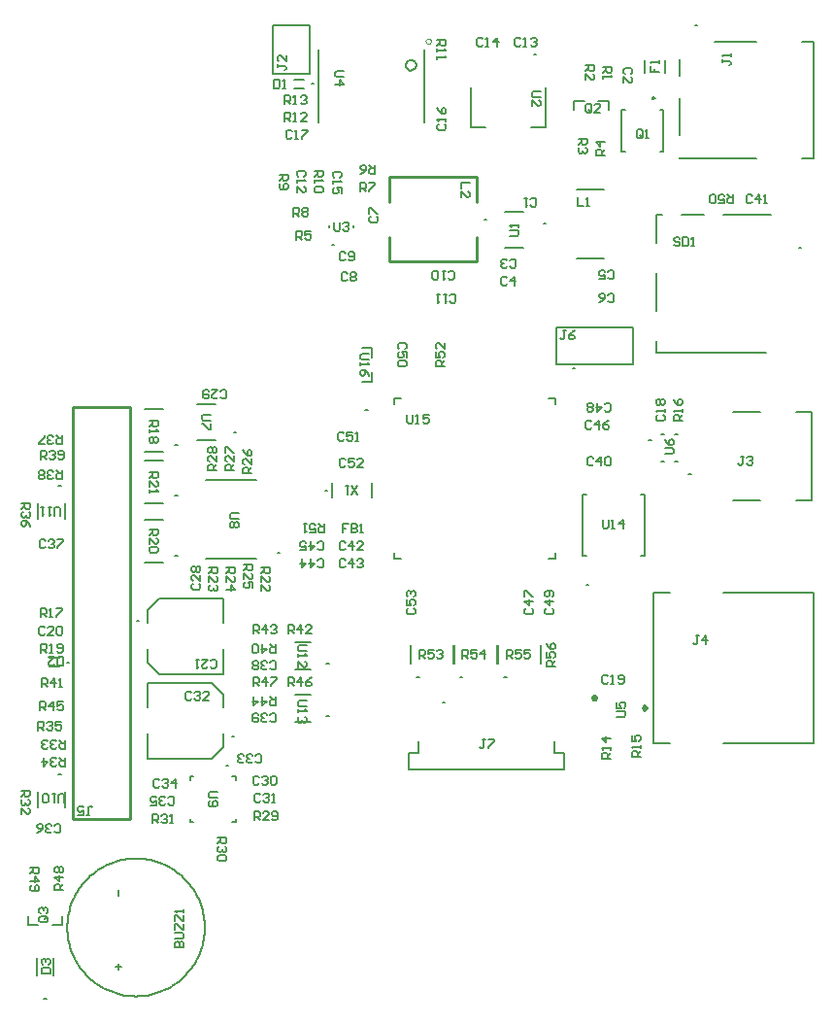
<source format=gto>
G04*
G04 #@! TF.GenerationSoftware,Altium Limited,Altium Designer,24.5.2 (23)*
G04*
G04 Layer_Color=65535*
%FSLAX25Y25*%
%MOIN*%
G70*
G04*
G04 #@! TF.SameCoordinates,1FAC9CCE-155D-40C8-9A78-5E955FD1C98E*
G04*
G04*
G04 #@! TF.FilePolarity,Positive*
G04*
G01*
G75*
%ADD10C,0.00787*%
%ADD11C,0.00500*%
%ADD12C,0.00000*%
%ADD13C,0.01181*%
%ADD14C,0.00600*%
%ADD15C,0.01000*%
%ADD16C,0.00800*%
D10*
X162316Y107429D02*
X161528D01*
X162316D01*
Y125429D02*
X161528D01*
X162316D01*
X70252Y186661D02*
X69465D01*
X70252D01*
Y87661D02*
X69465D01*
X70252D01*
X65311Y10654D02*
X64524D01*
X65311D01*
X164004Y269201D02*
X163216D01*
X164004D01*
X216535Y278055D02*
X215747D01*
X216535D01*
X236748Y276500D02*
X235961D01*
X236748D01*
X97158Y140315D02*
X96370D01*
X97158D01*
X246784Y226894D02*
X245997D01*
X246784D01*
X288779Y344488D02*
X287992D01*
X288779D01*
X286614Y190551D02*
X285827D01*
X286614D01*
X110311Y183098D02*
X109524D01*
X110311D01*
X145492Y163484D02*
X144705D01*
X145492D01*
X110327Y162717D02*
X109539D01*
X110327D01*
X110311Y200598D02*
X109524D01*
X110311D01*
X127799Y90697D02*
X127012D01*
X127799D01*
X129835Y100685D02*
X129047D01*
X129835D01*
X130339Y204760D02*
X129551D01*
X130339D01*
X175631Y212622D02*
X174843D01*
X175631D01*
X193236Y121000D02*
X192449D01*
X193236D01*
X251421Y152713D02*
X250634D01*
X251421D01*
X161831Y185000D02*
X161044D01*
X161831D01*
X233393Y334425D02*
X232606D01*
X233393D01*
X324413Y268378D02*
X323626D01*
X324413D01*
X202032Y112264D02*
X201245D01*
X202032D01*
X272997Y202386D02*
X272210D01*
X272997D01*
X223236Y121000D02*
X222449D01*
X223236D01*
X208161Y120984D02*
X207374D01*
X208161D01*
D11*
X73110Y126000D02*
X72480D01*
X73110D01*
X119724Y35000D02*
X119703Y36003D01*
X119639Y37003D01*
X119533Y38000D01*
X119385Y38992D01*
X119194Y39977D01*
X118962Y40952D01*
X118689Y41917D01*
X118375Y42869D01*
X118021Y43808D01*
X117628Y44730D01*
X117195Y45635D01*
X116725Y46520D01*
X116217Y47385D01*
X115673Y48228D01*
X115094Y49046D01*
X114481Y49840D01*
X113835Y50607D01*
X113156Y51345D01*
X112447Y52054D01*
X111709Y52732D01*
X110942Y53379D01*
X110149Y53992D01*
X109330Y54571D01*
X108488Y55115D01*
X107623Y55622D01*
X106737Y56093D01*
X105832Y56525D01*
X104910Y56919D01*
X103972Y57273D01*
X103019Y57587D01*
X102055Y57860D01*
X101079Y58092D01*
X100094Y58282D01*
X99103Y58431D01*
X98106Y58537D01*
X97105Y58601D01*
X96102Y58622D01*
X95100Y58601D01*
X94099Y58537D01*
X93102Y58431D01*
X92110Y58282D01*
X91126Y58092D01*
X90150Y57860D01*
X89185Y57587D01*
X88233Y57273D01*
X87295Y56919D01*
X86372Y56525D01*
X85468Y56093D01*
X84582Y55622D01*
X83717Y55115D01*
X82875Y54571D01*
X82056Y53992D01*
X81262Y53379D01*
X80496Y52732D01*
X79757Y52054D01*
X79048Y51345D01*
X78370Y50607D01*
X77724Y49840D01*
X77110Y49046D01*
X76531Y48228D01*
X75987Y47385D01*
X75480Y46520D01*
X75010Y45635D01*
X74577Y44730D01*
X74184Y43808D01*
X73830Y42869D01*
X73516Y41917D01*
X73242Y40952D01*
X73010Y39977D01*
X72820Y38992D01*
X72672Y38000D01*
X72565Y37003D01*
X72502Y36002D01*
X72480Y35000D01*
X72502Y33997D01*
X72565Y32997D01*
X72672Y31999D01*
X72820Y31008D01*
X73010Y30023D01*
X73242Y29048D01*
X73516Y28083D01*
X73830Y27130D01*
X74184Y26192D01*
X74577Y25270D01*
X75010Y24365D01*
X75480Y23480D01*
X75987Y22615D01*
X76531Y21772D01*
X77110Y20954D01*
X77724Y20160D01*
X78370Y19394D01*
X79048Y18655D01*
X79757Y17946D01*
X80496Y17267D01*
X81263Y16621D01*
X82056Y16008D01*
X82875Y15429D01*
X83717Y14885D01*
X84582Y14378D01*
X85468Y13907D01*
X86373Y13475D01*
X87295Y13081D01*
X88233Y12727D01*
X89185Y12413D01*
X90150Y12140D01*
X91126Y11908D01*
X92110Y11718D01*
X93102Y11569D01*
X94099Y11463D01*
X95100Y11399D01*
X96102Y11378D01*
X97105Y11399D01*
X98106Y11463D01*
X99103Y11569D01*
X100095Y11718D01*
X101079Y11908D01*
X102055Y12140D01*
X103019Y12413D01*
X103972Y12727D01*
X104910Y13081D01*
X105832Y13475D01*
X106737Y13907D01*
X107623Y14378D01*
X108488Y14885D01*
X109330Y15429D01*
X110149Y16008D01*
X110942Y16621D01*
X111709Y17268D01*
X112447Y17946D01*
X113156Y18655D01*
X113835Y19394D01*
X114481Y20160D01*
X115094Y20954D01*
X115673Y21772D01*
X116217Y22615D01*
X116725Y23480D01*
X117195Y24365D01*
X117628Y25270D01*
X118021Y26192D01*
X118375Y27131D01*
X118689Y28083D01*
X118962Y29048D01*
X119194Y30023D01*
X119385Y31008D01*
X119533Y32000D01*
X119639Y32997D01*
X119703Y33997D01*
X119724Y35000D01*
X192247Y330815D02*
X191961Y331790D01*
X191193Y332455D01*
X190188Y332599D01*
X189264Y332177D01*
X188715Y331323D01*
Y330307D01*
X189264Y329452D01*
X190188Y329030D01*
X191193Y329175D01*
X191961Y329840D01*
X192247Y330815D01*
X157142Y324400D02*
X156512D01*
X157142D01*
X254428Y113737D02*
X253987Y114499D01*
X253107D01*
X252667Y113737D01*
X253107Y112975D01*
X253987D01*
X254428Y113737D01*
X254104D02*
X253269Y114219D01*
Y113255D01*
X254104Y113737D01*
X253941D02*
X253153D01*
X253941D01*
X253547D02*
X252760D01*
X253547D01*
X150583Y105602D02*
X155938D01*
X150583Y114768D02*
X155938D01*
X150583Y123602D02*
X155938D01*
X150583Y132768D02*
X155938D01*
X71685Y175323D02*
Y180677D01*
X62520Y175323D02*
Y180677D01*
X71685Y76323D02*
Y81677D01*
X62520Y76323D02*
Y81677D01*
X66378Y127496D02*
X69764D01*
X66378Y124504D02*
X69764D01*
X67673Y18705D02*
Y24611D01*
X62161Y18705D02*
Y24611D01*
X162429Y275165D02*
Y275835D01*
X170697Y275165D02*
Y275835D01*
X222834Y268154D02*
X229133D01*
X222834Y280476D02*
X229133D01*
X247378Y264689D02*
X256827D01*
X247378Y288311D02*
X256827D01*
X100110Y125945D02*
X104047Y122008D01*
X126095D01*
X104047Y147992D02*
X126095D01*
X100110Y144055D02*
X104047Y147992D01*
X100110Y139409D02*
Y144055D01*
Y125945D02*
Y130591D01*
X126095Y139409D02*
Y147992D01*
Y122008D02*
Y130591D01*
X143033Y327794D02*
X155632D01*
X143033Y344527D02*
X155632D01*
X143033Y327794D02*
Y344527D01*
X155632Y327794D02*
Y344527D01*
X240233Y228272D02*
X266808D01*
X240233D02*
Y240871D01*
X266808D01*
Y228272D02*
Y240871D01*
X273583Y98169D02*
Y149862D01*
X279528D01*
X297559D02*
X328701D01*
Y98169D02*
Y149862D01*
X297559Y98169D02*
X328701D01*
X273583D02*
X279528D01*
X282677Y327260D02*
Y332976D01*
Y306787D02*
Y319591D01*
X328740Y299016D02*
Y338780D01*
X324803Y299016D02*
X328740D01*
X282677D02*
X309055D01*
X324803Y338780D02*
X328740D01*
X294598D02*
X309055D01*
X282677Y299016D02*
Y299118D01*
X328150Y181693D02*
Y212008D01*
X322598D02*
X328150D01*
X301142D02*
X310236D01*
X322598Y181693D02*
X328150D01*
X301142D02*
X310236D01*
X98953Y195319D02*
X105252D01*
X98953Y180681D02*
X105252D01*
X119941Y188583D02*
X137264D01*
X119941Y161417D02*
X137264D01*
X98969Y174937D02*
X105268D01*
X98969Y160299D02*
X105268D01*
X98953Y212819D02*
X105252D01*
X98953Y198181D02*
X105252D01*
X129197Y86858D02*
X130358D01*
X114610D02*
X115772D01*
X129197Y71110D02*
X130358D01*
X114610D02*
X115772D01*
X130358Y85697D02*
Y86858D01*
X114610Y85697D02*
Y86858D01*
X130358Y71110D02*
Y72272D01*
X114610Y71110D02*
Y72272D01*
X122158Y118992D02*
X126095Y115055D01*
X100110Y118992D02*
X122158D01*
X100110Y93008D02*
X122158D01*
X126095Y96945D01*
Y101591D01*
Y110409D02*
Y115055D01*
X100110Y93008D02*
Y101591D01*
Y110409D02*
Y118992D01*
X116953Y214642D02*
X123252D01*
X116953Y202358D02*
X123252D01*
X184843Y214433D02*
Y216559D01*
Y161441D02*
Y163567D01*
X239961Y214433D02*
Y216559D01*
Y161441D02*
Y163567D01*
X184843Y216559D02*
X186969D01*
X184843Y161441D02*
X186969D01*
X237835Y216559D02*
X239961D01*
X237835Y161441D02*
X239961D01*
X205063Y125665D02*
Y131965D01*
X190425Y125665D02*
Y131965D01*
X249512Y162488D02*
Y183512D01*
X270693Y162488D02*
Y183512D01*
X249512Y162488D02*
X250752D01*
X249512Y183512D02*
X250752D01*
X269453D02*
X270693D01*
X269453Y162488D02*
X270693D01*
X176950Y182441D02*
Y187559D01*
X163406Y182441D02*
Y187559D01*
X211149Y309425D02*
Y323205D01*
Y309425D02*
X216031D01*
X236739D02*
Y323205D01*
X231858Y309425D02*
X236739D01*
X274803Y232382D02*
Y236209D01*
Y232382D02*
X312228D01*
X274803Y269906D02*
Y279429D01*
X276728D01*
X274803Y246406D02*
Y259602D01*
X283268Y279429D02*
X291142D01*
X297835D02*
X314173D01*
X270598Y328295D02*
Y332705D01*
X277606Y328295D02*
Y332705D01*
X150409Y322904D02*
X153795D01*
X150409Y325896D02*
X153795D01*
X192977Y94744D02*
Y98996D01*
X189828Y94744D02*
X192977D01*
X189828Y89232D02*
Y94744D01*
Y89232D02*
X242977D01*
Y94744D01*
X239828D02*
X242977D01*
X239828D02*
Y98996D01*
X276284Y204138D02*
X277544D01*
X276284Y194728D02*
X277544D01*
X280930Y204138D02*
X282190D01*
X280930Y194728D02*
X282190D01*
X235063Y125665D02*
Y131965D01*
X220425Y125665D02*
Y131965D01*
X219988Y125650D02*
Y131949D01*
X205351Y125650D02*
Y131949D01*
D12*
X197448Y339075D02*
X196948Y339941D01*
X195948D01*
X195448Y339075D01*
X195948Y338209D01*
X196948D01*
X197448Y339075D01*
D13*
X271457Y110236D02*
X270866Y110827D01*
X270276Y110236D01*
X270866Y109646D01*
X271457Y110236D01*
D14*
X274283Y319544D02*
X273533Y319977D01*
Y319111D01*
X274283Y319544D01*
X70817Y37458D02*
Y39058D01*
Y35858D02*
Y37458D01*
X59017Y35858D02*
X62517D01*
X59017D02*
Y39058D01*
X67317Y35858D02*
X70817D01*
X158696Y311315D02*
Y336315D01*
X195192Y311315D02*
Y336315D01*
X176902Y230400D02*
Y233900D01*
X173702Y222100D02*
X176902D01*
Y225600D01*
X175302Y233900D02*
X176902D01*
X173702D02*
X175302D01*
X246544Y318615D02*
X250044D01*
X258344Y315415D02*
Y318615D01*
X254844D02*
X258344D01*
X246544Y317015D02*
Y318615D01*
Y315415D02*
Y317015D01*
X262744Y301115D02*
X263996D01*
X275893Y315515D02*
X277144D01*
X262744D02*
X263996D01*
X262744Y301115D02*
Y315515D01*
X275893Y301115D02*
X277144D01*
Y315515D01*
D15*
X213063Y263500D02*
Y272000D01*
X183063Y263500D02*
X213063D01*
X183063D02*
Y272000D01*
X213063Y284000D02*
Y292500D01*
X183063D02*
X213063D01*
X183063Y284000D02*
Y292500D01*
X94008Y72083D02*
Y213421D01*
X74323D02*
X94008D01*
X74323Y72083D02*
Y213421D01*
Y72083D02*
X94008D01*
D16*
X90103Y20500D02*
Y22499D01*
X89103Y21500D02*
X91102D01*
X90103Y46000D02*
Y47999D01*
X100619Y191074D02*
X103618D01*
Y189574D01*
X103118Y189074D01*
X102118D01*
X101618Y189574D01*
Y191074D01*
Y190074D02*
X100619Y189074D01*
Y186075D02*
Y188075D01*
X102618Y186075D01*
X103118D01*
X103618Y186575D01*
Y187575D01*
X103118Y188075D01*
X100619Y185076D02*
Y184076D01*
Y184576D01*
X103618D01*
X103118Y185076D01*
X100619Y171617D02*
X103618D01*
Y170117D01*
X103118Y169618D01*
X102118D01*
X101618Y170117D01*
Y171617D01*
Y170617D02*
X100619Y169618D01*
Y166619D02*
Y168618D01*
X102618Y166619D01*
X103118D01*
X103618Y167118D01*
Y168118D01*
X103118Y168618D01*
Y165619D02*
X103618Y165119D01*
Y164119D01*
X103118Y163619D01*
X101119D01*
X100619Y164119D01*
Y165119D01*
X101119Y165619D01*
X103118D01*
X172177Y183501D02*
X170178Y186500D01*
Y183501D02*
X172177Y186500D01*
X169178D02*
X168178D01*
X168678D01*
Y183501D01*
X169178Y184000D01*
X176102Y231749D02*
X173603D01*
X173103Y231249D01*
Y230249D01*
X173603Y229749D01*
X176102D01*
X173103Y228750D02*
Y227750D01*
Y228250D01*
X176102D01*
X175602Y228750D01*
X176102Y224251D02*
X175602Y225251D01*
X174602Y226251D01*
X173603D01*
X173103Y225751D01*
Y224751D01*
X173603Y224251D01*
X174102D01*
X174602Y224751D01*
Y226251D01*
X189154Y210999D02*
Y208500D01*
X189653Y208000D01*
X190653D01*
X191153Y208500D01*
Y210999D01*
X192153Y208000D02*
X193152D01*
X192652D01*
Y210999D01*
X192153Y210500D01*
X196651Y210999D02*
X194652D01*
Y209500D01*
X195651Y210000D01*
X196151D01*
X196651Y209500D01*
Y208500D01*
X196151Y208000D01*
X195152D01*
X194652Y208500D01*
X256354Y174999D02*
Y172500D01*
X256853Y172001D01*
X257853D01*
X258353Y172500D01*
Y174999D01*
X259353Y172001D02*
X260352D01*
X259853D01*
Y174999D01*
X259353Y174500D01*
X263351Y172001D02*
Y174999D01*
X261852Y173500D01*
X263851D01*
X154602Y112749D02*
X152103D01*
X151603Y112249D01*
Y111249D01*
X152103Y110749D01*
X154602D01*
X151603Y109750D02*
Y108750D01*
Y109250D01*
X154602D01*
X154102Y109750D01*
Y107251D02*
X154602Y106751D01*
Y105751D01*
X154102Y105251D01*
X153602D01*
X153102Y105751D01*
Y106251D01*
Y105751D01*
X152603Y105251D01*
X152103D01*
X151603Y105751D01*
Y106751D01*
X152103Y107251D01*
X154602Y131749D02*
X152103D01*
X151603Y131249D01*
Y130249D01*
X152103Y129749D01*
X154602D01*
X151603Y128750D02*
Y127750D01*
Y128250D01*
X154602D01*
X154102Y128750D01*
X151603Y124251D02*
Y126251D01*
X153602Y124251D01*
X154102D01*
X154602Y124751D01*
Y125751D01*
X154102Y126251D01*
X70036Y176342D02*
Y178841D01*
X69537Y179341D01*
X68537D01*
X68037Y178841D01*
Y176342D01*
X67037Y179341D02*
X66038D01*
X66537D01*
Y176342D01*
X67037Y176842D01*
X64538Y179341D02*
X63538D01*
X64038D01*
Y176342D01*
X64538Y176842D01*
X71536Y77842D02*
Y80342D01*
X71036Y80841D01*
X70037D01*
X69537Y80342D01*
Y77842D01*
X68537Y80841D02*
X67537D01*
X68037D01*
Y77842D01*
X68537Y78342D01*
X66038D02*
X65538Y77842D01*
X64539D01*
X64039Y78342D01*
Y80342D01*
X64539Y80841D01*
X65538D01*
X66038Y80342D01*
Y78342D01*
X123984Y81483D02*
X121484D01*
X120985Y80984D01*
Y79984D01*
X121484Y79484D01*
X123984D01*
X121484Y78484D02*
X120985Y77984D01*
Y76985D01*
X121484Y76485D01*
X123484D01*
X123984Y76985D01*
Y77984D01*
X123484Y78484D01*
X122984D01*
X122484Y77984D01*
Y76485D01*
X131303Y177161D02*
X128804D01*
X128304Y176661D01*
Y175661D01*
X128804Y175161D01*
X131303D01*
X130803Y174162D02*
X131303Y173662D01*
Y172662D01*
X130803Y172162D01*
X130303D01*
X129803Y172662D01*
X129303Y172162D01*
X128804D01*
X128304Y172662D01*
Y173662D01*
X128804Y174162D01*
X129303D01*
X129803Y173662D01*
X130303Y174162D01*
X130803D01*
X129803Y173662D02*
Y172662D01*
X121602Y210999D02*
X119103D01*
X118603Y210499D01*
Y209500D01*
X119103Y209000D01*
X121602D01*
Y208000D02*
Y206001D01*
X121102D01*
X119103Y208000D01*
X118603D01*
X277580Y197481D02*
X280079D01*
X280579Y197981D01*
Y198981D01*
X280079Y199480D01*
X277580D01*
Y202480D02*
X278080Y201480D01*
X279080Y200480D01*
X280079D01*
X280579Y200980D01*
Y201980D01*
X280079Y202480D01*
X279579D01*
X279080Y201980D01*
Y200480D01*
X261103Y107301D02*
X263602D01*
X264102Y107801D01*
Y108800D01*
X263602Y109300D01*
X261103D01*
Y112299D02*
Y110300D01*
X262602D01*
X262103Y111300D01*
Y111799D01*
X262602Y112299D01*
X263602D01*
X264102Y111799D01*
Y110800D01*
X263602Y110300D01*
X167444Y328814D02*
X164945D01*
X164445Y328314D01*
Y327315D01*
X164945Y326815D01*
X167444D01*
X164445Y324316D02*
X167444D01*
X165944Y325815D01*
Y323816D01*
X164064Y276999D02*
Y274500D01*
X164564Y274001D01*
X165563D01*
X166063Y274500D01*
Y276999D01*
X167063Y276500D02*
X167563Y276999D01*
X168562D01*
X169062Y276500D01*
Y276000D01*
X168562Y275500D01*
X168062D01*
X168562D01*
X169062Y275000D01*
Y274500D01*
X168562Y274001D01*
X167563D01*
X167063Y274500D01*
X234944Y321814D02*
X232445D01*
X231945Y321314D01*
Y320315D01*
X232445Y319815D01*
X234944D01*
X231945Y316816D02*
Y318815D01*
X233944Y316816D01*
X234444D01*
X234944Y317316D01*
Y318315D01*
X234444Y318815D01*
X224484Y272316D02*
X226983D01*
X227483Y272815D01*
Y273815D01*
X226983Y274315D01*
X224484D01*
X227483Y275315D02*
Y276314D01*
Y275815D01*
X224484D01*
X224984Y275315D01*
X282788Y271240D02*
X282288Y271740D01*
X281288D01*
X280788Y271240D01*
Y270740D01*
X281288Y270240D01*
X282288D01*
X282788Y269740D01*
Y269240D01*
X282288Y268741D01*
X281288D01*
X280788Y269240D01*
X283788Y271740D02*
Y268741D01*
X285287D01*
X285787Y269240D01*
Y271240D01*
X285287Y271740D01*
X283788D01*
X286787Y268741D02*
X287786D01*
X287286D01*
Y271740D01*
X286787Y271240D01*
X239902Y124494D02*
X236903D01*
Y125993D01*
X237403Y126493D01*
X238402D01*
X238902Y125993D01*
Y124494D01*
Y125493D02*
X239902Y126493D01*
X236903Y129492D02*
Y127492D01*
X238402D01*
X237902Y128492D01*
Y128992D01*
X238402Y129492D01*
X239402D01*
X239902Y128992D01*
Y127992D01*
X239402Y127492D01*
X236903Y132491D02*
X237403Y131491D01*
X238402Y130492D01*
X239402D01*
X239902Y130991D01*
Y131991D01*
X239402Y132491D01*
X238902D01*
X238402Y131991D01*
Y130492D01*
X223246Y127315D02*
Y130315D01*
X224745D01*
X225245Y129815D01*
Y128815D01*
X224745Y128315D01*
X223246D01*
X224245D02*
X225245Y127315D01*
X228244Y130315D02*
X226244D01*
Y128815D01*
X227244Y129315D01*
X227744D01*
X228244Y128815D01*
Y127815D01*
X227744Y127315D01*
X226744D01*
X226244Y127815D01*
X231243Y130315D02*
X229244D01*
Y128815D01*
X230243Y129315D01*
X230743D01*
X231243Y128815D01*
Y127815D01*
X230743Y127315D01*
X229743D01*
X229244Y127815D01*
X208171Y127300D02*
Y130299D01*
X209670D01*
X210170Y129799D01*
Y128799D01*
X209670Y128299D01*
X208171D01*
X209170D02*
X210170Y127300D01*
X213169Y130299D02*
X211170D01*
Y128799D01*
X212169Y129299D01*
X212669D01*
X213169Y128799D01*
Y127799D01*
X212669Y127300D01*
X211670D01*
X211170Y127799D01*
X215668Y127300D02*
Y130299D01*
X214169Y128799D01*
X216168D01*
X193245Y127315D02*
Y130315D01*
X194745D01*
X195245Y129815D01*
Y128815D01*
X194745Y128315D01*
X193245D01*
X194245D02*
X195245Y127315D01*
X198244Y130315D02*
X196245D01*
Y128815D01*
X197244Y129315D01*
X197744D01*
X198244Y128815D01*
Y127815D01*
X197744Y127315D01*
X196744D01*
X196245Y127815D01*
X199244Y129815D02*
X199743Y130315D01*
X200743D01*
X201243Y129815D01*
Y129315D01*
X200743Y128815D01*
X200243D01*
X200743D01*
X201243Y128315D01*
Y127815D01*
X200743Y127315D01*
X199743D01*
X199244Y127815D01*
X201902Y227501D02*
X198903D01*
Y229001D01*
X199403Y229501D01*
X200402D01*
X200902Y229001D01*
Y227501D01*
Y228501D02*
X201902Y229501D01*
X198903Y232500D02*
Y230500D01*
X200402D01*
X199902Y231500D01*
Y232000D01*
X200402Y232500D01*
X201402D01*
X201902Y232000D01*
Y231000D01*
X201402Y230500D01*
X201902Y235499D02*
Y233499D01*
X199902Y235499D01*
X199403D01*
X198903Y234999D01*
Y233999D01*
X199403Y233499D01*
X160649Y173461D02*
Y170462D01*
X159149D01*
X158649Y170961D01*
Y171961D01*
X159149Y172461D01*
X160649D01*
X159649D02*
X158649Y173461D01*
X155650Y170462D02*
X157650D01*
Y171961D01*
X156650Y171461D01*
X156150D01*
X155650Y171961D01*
Y172961D01*
X156150Y173461D01*
X157150D01*
X157650Y172961D01*
X154650Y173461D02*
X153651D01*
X154151D01*
Y170462D01*
X154650Y170961D01*
X301101Y286500D02*
Y283501D01*
X299602D01*
X299102Y284000D01*
Y285000D01*
X299602Y285500D01*
X301101D01*
X300101D02*
X299102Y286500D01*
X296103Y283501D02*
X298102D01*
Y285000D01*
X297102Y284500D01*
X296603D01*
X296103Y285000D01*
Y286000D01*
X296603Y286500D01*
X297602D01*
X298102Y286000D01*
X295103Y284000D02*
X294603Y283501D01*
X293603D01*
X293104Y284000D01*
Y286000D01*
X293603Y286500D01*
X294603D01*
X295103Y286000D01*
Y284000D01*
X59760Y55472D02*
X62759D01*
Y53972D01*
X62259Y53473D01*
X61259D01*
X60759Y53972D01*
Y55472D01*
Y54472D02*
X59760Y53473D01*
Y50973D02*
X62759D01*
X61259Y52473D01*
Y50473D01*
X60259Y49474D02*
X59760Y48974D01*
Y47974D01*
X60259Y47474D01*
X62259D01*
X62759Y47974D01*
Y48974D01*
X62259Y49474D01*
X61759D01*
X61259Y48974D01*
Y47474D01*
X71075Y47844D02*
X68076D01*
Y49344D01*
X68576Y49844D01*
X69576D01*
X70075Y49344D01*
Y47844D01*
Y48844D02*
X71075Y49844D01*
Y52343D02*
X68076D01*
X69576Y50844D01*
Y52843D01*
X68576Y53843D02*
X68076Y54342D01*
Y55342D01*
X68576Y55842D01*
X69076D01*
X69576Y55342D01*
X70075Y55842D01*
X70575D01*
X71075Y55342D01*
Y54342D01*
X70575Y53843D01*
X70075D01*
X69576Y54342D01*
X69076Y53843D01*
X68576D01*
X69576Y54342D02*
Y55342D01*
X136289Y117842D02*
Y120841D01*
X137788D01*
X138288Y120342D01*
Y119342D01*
X137788Y118842D01*
X136289D01*
X137288D02*
X138288Y117842D01*
X140787D02*
Y120841D01*
X139288Y119342D01*
X141287D01*
X142287Y120841D02*
X144286D01*
Y120342D01*
X142287Y118342D01*
Y117842D01*
X148289D02*
Y120841D01*
X149788D01*
X150288Y120342D01*
Y119342D01*
X149788Y118842D01*
X148289D01*
X149288D02*
X150288Y117842D01*
X152787D02*
Y120841D01*
X151288Y119342D01*
X153287D01*
X156286Y120841D02*
X155286Y120342D01*
X154287Y119342D01*
Y118342D01*
X154787Y117842D01*
X155786D01*
X156286Y118342D01*
Y118842D01*
X155786Y119342D01*
X154287D01*
X63104Y109501D02*
Y112499D01*
X64603D01*
X65103Y112000D01*
Y111000D01*
X64603Y110500D01*
X63104D01*
X64103D02*
X65103Y109501D01*
X67602D02*
Y112499D01*
X66103Y111000D01*
X68102D01*
X71101Y112499D02*
X69102D01*
Y111000D01*
X70101Y111500D01*
X70601D01*
X71101Y111000D01*
Y110000D01*
X70601Y109501D01*
X69602D01*
X69102Y110000D01*
X143916Y114158D02*
Y111159D01*
X142417D01*
X141917Y111659D01*
Y112658D01*
X142417Y113158D01*
X143916D01*
X142916D02*
X141917Y114158D01*
X139418D02*
Y111159D01*
X140917Y112658D01*
X138918D01*
X136418Y114158D02*
Y111159D01*
X137918Y112658D01*
X135919D01*
X136281Y135842D02*
Y138841D01*
X137780D01*
X138280Y138341D01*
Y137342D01*
X137780Y136842D01*
X136281D01*
X137281D02*
X138280Y135842D01*
X140779D02*
Y138841D01*
X139280Y137342D01*
X141279D01*
X142279Y138341D02*
X142779Y138841D01*
X143779D01*
X144278Y138341D01*
Y137842D01*
X143779Y137342D01*
X143279D01*
X143779D01*
X144278Y136842D01*
Y136342D01*
X143779Y135842D01*
X142779D01*
X142279Y136342D01*
X148289Y135842D02*
Y138841D01*
X149788D01*
X150288Y138341D01*
Y137342D01*
X149788Y136842D01*
X148289D01*
X149288D02*
X150288Y135842D01*
X152787D02*
Y138841D01*
X151288Y137342D01*
X153287D01*
X156286Y135842D02*
X154287D01*
X156286Y137842D01*
Y138341D01*
X155786Y138841D01*
X154787D01*
X154287Y138341D01*
X63604Y117500D02*
Y120500D01*
X65103D01*
X65603Y120000D01*
Y119000D01*
X65103Y118500D01*
X63604D01*
X64603D02*
X65603Y117500D01*
X68102D02*
Y120500D01*
X66602Y119000D01*
X68602D01*
X69602Y117500D02*
X70601D01*
X70101D01*
Y120500D01*
X69602Y120000D01*
X143916Y132158D02*
Y129159D01*
X142417D01*
X141917Y129658D01*
Y130658D01*
X142417Y131158D01*
X143916D01*
X142916D02*
X141917Y132158D01*
X139418D02*
Y129159D01*
X140917Y130658D01*
X138918D01*
X137918Y129658D02*
X137418Y129159D01*
X136418D01*
X135919Y129658D01*
Y131658D01*
X136418Y132158D01*
X137418D01*
X137918Y131658D01*
Y129658D01*
X63316Y195659D02*
Y198658D01*
X64816D01*
X65316Y198158D01*
Y197158D01*
X64816Y196658D01*
X63316D01*
X64316D02*
X65316Y195659D01*
X66315Y198158D02*
X66815Y198658D01*
X67815D01*
X68315Y198158D01*
Y197658D01*
X67815Y197158D01*
X67315D01*
X67815D01*
X68315Y196658D01*
Y196159D01*
X67815Y195659D01*
X66815D01*
X66315Y196159D01*
X69314D02*
X69814Y195659D01*
X70814D01*
X71314Y196159D01*
Y198158D01*
X70814Y198658D01*
X69814D01*
X69314Y198158D01*
Y197658D01*
X69814Y197158D01*
X71314D01*
X70684Y191841D02*
Y188842D01*
X69184D01*
X68684Y189342D01*
Y190342D01*
X69184Y190842D01*
X70684D01*
X69684D02*
X68684Y191841D01*
X67685Y189342D02*
X67185Y188842D01*
X66185D01*
X65685Y189342D01*
Y189842D01*
X66185Y190342D01*
X66685D01*
X66185D01*
X65685Y190842D01*
Y191341D01*
X66185Y191841D01*
X67185D01*
X67685Y191341D01*
X64686Y189342D02*
X64186Y188842D01*
X63186D01*
X62686Y189342D01*
Y189842D01*
X63186Y190342D01*
X62686Y190842D01*
Y191341D01*
X63186Y191841D01*
X64186D01*
X64686Y191341D01*
Y190842D01*
X64186Y190342D01*
X64686Y189842D01*
Y189342D01*
X64186Y190342D02*
X63186D01*
X70684Y203841D02*
Y200842D01*
X69184D01*
X68684Y201342D01*
Y202342D01*
X69184Y202842D01*
X70684D01*
X69684D02*
X68684Y203841D01*
X67685Y201342D02*
X67185Y200842D01*
X66185D01*
X65685Y201342D01*
Y201842D01*
X66185Y202342D01*
X66685D01*
X66185D01*
X65685Y202842D01*
Y203342D01*
X66185Y203841D01*
X67185D01*
X67685Y203342D01*
X64686Y200842D02*
X62686D01*
Y201342D01*
X64686Y203342D01*
Y203841D01*
X56761Y180676D02*
X59760D01*
Y179176D01*
X59260Y178677D01*
X58261D01*
X57761Y179176D01*
Y180676D01*
Y179676D02*
X56761Y178677D01*
X59260Y177677D02*
X59760Y177177D01*
Y176177D01*
X59260Y175678D01*
X58760D01*
X58261Y176177D01*
Y176677D01*
Y176177D01*
X57761Y175678D01*
X57261D01*
X56761Y176177D01*
Y177177D01*
X57261Y177677D01*
X59760Y172678D02*
X59260Y173678D01*
X58261Y174678D01*
X57261D01*
X56761Y174178D01*
Y173178D01*
X57261Y172678D01*
X57761D01*
X58261Y173178D01*
Y174678D01*
X62411Y102659D02*
Y105658D01*
X63910D01*
X64410Y105158D01*
Y104158D01*
X63910Y103658D01*
X62411D01*
X63411D02*
X64410Y102659D01*
X65410Y105158D02*
X65910Y105658D01*
X66909D01*
X67409Y105158D01*
Y104658D01*
X66909Y104158D01*
X66409D01*
X66909D01*
X67409Y103658D01*
Y103158D01*
X66909Y102659D01*
X65910D01*
X65410Y103158D01*
X70408Y105658D02*
X68409D01*
Y104158D01*
X69409Y104658D01*
X69908D01*
X70408Y104158D01*
Y103158D01*
X69908Y102659D01*
X68909D01*
X68409Y103158D01*
X71778Y93341D02*
Y90342D01*
X70279D01*
X69779Y90842D01*
Y91842D01*
X70279Y92342D01*
X71778D01*
X70779D02*
X69779Y93341D01*
X68779Y90842D02*
X68279Y90342D01*
X67280D01*
X66780Y90842D01*
Y91342D01*
X67280Y91842D01*
X67780D01*
X67280D01*
X66780Y92342D01*
Y92842D01*
X67280Y93341D01*
X68279D01*
X68779Y92842D01*
X64281Y93341D02*
Y90342D01*
X65780Y91842D01*
X63781D01*
X71786Y99341D02*
Y96342D01*
X70287D01*
X69787Y96842D01*
Y97842D01*
X70287Y98342D01*
X71786D01*
X70786D02*
X69787Y99341D01*
X68787Y96842D02*
X68287Y96342D01*
X67288D01*
X66788Y96842D01*
Y97342D01*
X67288Y97842D01*
X67787D01*
X67288D01*
X66788Y98342D01*
Y98842D01*
X67288Y99341D01*
X68287D01*
X68787Y98842D01*
X65788Y96842D02*
X65288Y96342D01*
X64289D01*
X63789Y96842D01*
Y97342D01*
X64289Y97842D01*
X64788D01*
X64289D01*
X63789Y98342D01*
Y98842D01*
X64289Y99341D01*
X65288D01*
X65788Y98842D01*
X56603Y81999D02*
X59602D01*
Y80499D01*
X59102Y79999D01*
X58102D01*
X57603Y80499D01*
Y81999D01*
Y80999D02*
X56603Y79999D01*
X59102Y79000D02*
X59602Y78500D01*
Y77500D01*
X59102Y77000D01*
X58602D01*
X58102Y77500D01*
Y78000D01*
Y77500D01*
X57603Y77000D01*
X57103D01*
X56603Y77500D01*
Y78500D01*
X57103Y79000D01*
X56603Y74001D02*
Y76001D01*
X58602Y74001D01*
X59102D01*
X59602Y74501D01*
Y75501D01*
X59102Y76001D01*
X101788Y70842D02*
Y73841D01*
X103288D01*
X103788Y73342D01*
Y72342D01*
X103288Y71842D01*
X101788D01*
X102788D02*
X103788Y70842D01*
X104788Y73342D02*
X105287Y73841D01*
X106287D01*
X106787Y73342D01*
Y72842D01*
X106287Y72342D01*
X105787D01*
X106287D01*
X106787Y71842D01*
Y71342D01*
X106287Y70842D01*
X105287D01*
X104788Y71342D01*
X107787Y70842D02*
X108786D01*
X108286D01*
Y73841D01*
X107787Y73342D01*
X124063Y65838D02*
X127062D01*
Y64338D01*
X126562Y63838D01*
X125562D01*
X125062Y64338D01*
Y65838D01*
Y64838D02*
X124063Y63838D01*
X126562Y62839D02*
X127062Y62339D01*
Y61339D01*
X126562Y60839D01*
X126062D01*
X125562Y61339D01*
Y61839D01*
Y61339D01*
X125062Y60839D01*
X124563D01*
X124063Y61339D01*
Y62339D01*
X124563Y62839D01*
X126562Y59840D02*
X127062Y59340D01*
Y58340D01*
X126562Y57840D01*
X124563D01*
X124063Y58340D01*
Y59340D01*
X124563Y59840D01*
X126562D01*
X136686Y71842D02*
Y74841D01*
X138186D01*
X138686Y74341D01*
Y73342D01*
X138186Y72842D01*
X136686D01*
X137686D02*
X138686Y71842D01*
X141685D02*
X139685D01*
X141685Y73842D01*
Y74341D01*
X141185Y74841D01*
X140185D01*
X139685Y74341D01*
X142684Y72342D02*
X143184Y71842D01*
X144184D01*
X144684Y72342D01*
Y74341D01*
X144184Y74841D01*
X143184D01*
X142684Y74341D01*
Y73842D01*
X143184Y73342D01*
X144684D01*
X123787Y191843D02*
X120788D01*
Y193343D01*
X121288Y193842D01*
X122287D01*
X122787Y193343D01*
Y191843D01*
Y192843D02*
X123787Y193842D01*
Y196842D02*
Y194842D01*
X121788Y196842D01*
X121288D01*
X120788Y196342D01*
Y195342D01*
X121288Y194842D01*
Y197841D02*
X120788Y198341D01*
Y199341D01*
X121288Y199840D01*
X121788D01*
X122287Y199341D01*
X122787Y199840D01*
X123287D01*
X123787Y199341D01*
Y198341D01*
X123287Y197841D01*
X122787D01*
X122287Y198341D01*
X121788Y197841D01*
X121288D01*
X122287Y198341D02*
Y199341D01*
X129787Y191851D02*
X126788D01*
Y193351D01*
X127288Y193850D01*
X128287D01*
X128787Y193351D01*
Y191851D01*
Y192851D02*
X129787Y193850D01*
Y196849D02*
Y194850D01*
X127788Y196849D01*
X127288D01*
X126788Y196350D01*
Y195350D01*
X127288Y194850D01*
X126788Y197849D02*
Y199848D01*
X127288D01*
X129287Y197849D01*
X129787D01*
X135787Y190851D02*
X132788D01*
Y192350D01*
X133288Y192850D01*
X134287D01*
X134787Y192350D01*
Y190851D01*
Y191851D02*
X135787Y192850D01*
Y195849D02*
Y193850D01*
X133788Y195849D01*
X133288D01*
X132788Y195350D01*
Y194350D01*
X133288Y193850D01*
X132788Y198848D02*
X133288Y197849D01*
X134287Y196849D01*
X135287D01*
X135787Y197349D01*
Y198348D01*
X135287Y198848D01*
X134787D01*
X134287Y198348D01*
Y196849D01*
X133103Y159499D02*
X136102D01*
Y157999D01*
X135602Y157499D01*
X134602D01*
X134102Y157999D01*
Y159499D01*
Y158499D02*
X133103Y157499D01*
Y154500D02*
Y156500D01*
X135102Y154500D01*
X135602D01*
X136102Y155000D01*
Y156000D01*
X135602Y156500D01*
X136102Y151501D02*
Y153501D01*
X134602D01*
X135102Y152501D01*
Y152001D01*
X134602Y151501D01*
X133603D01*
X133103Y152001D01*
Y153001D01*
X133603Y153501D01*
X127103Y158499D02*
X130102D01*
Y156999D01*
X129602Y156499D01*
X128602D01*
X128103Y156999D01*
Y158499D01*
Y157499D02*
X127103Y156499D01*
Y153500D02*
Y155500D01*
X129102Y153500D01*
X129602D01*
X130102Y154000D01*
Y155000D01*
X129602Y155500D01*
X127103Y151001D02*
X130102D01*
X128602Y152501D01*
Y150501D01*
X121103Y158499D02*
X124102D01*
Y156999D01*
X123602Y156499D01*
X122602D01*
X122102Y156999D01*
Y158499D01*
Y157499D02*
X121103Y156499D01*
Y153500D02*
Y155500D01*
X123102Y153500D01*
X123602D01*
X124102Y154000D01*
Y155000D01*
X123602Y155500D01*
Y152501D02*
X124102Y152001D01*
Y151001D01*
X123602Y150501D01*
X123102D01*
X122602Y151001D01*
Y151501D01*
Y151001D01*
X122102Y150501D01*
X121603D01*
X121103Y151001D01*
Y152001D01*
X121603Y152501D01*
X139103Y158491D02*
X142102D01*
Y156991D01*
X141602Y156491D01*
X140602D01*
X140103Y156991D01*
Y158491D01*
Y157491D02*
X139103Y156491D01*
Y153492D02*
Y155492D01*
X141102Y153492D01*
X141602D01*
X142102Y153992D01*
Y154992D01*
X141602Y155492D01*
X139103Y150493D02*
Y152493D01*
X141102Y150493D01*
X141602D01*
X142102Y150993D01*
Y151993D01*
X141602Y152493D01*
X63539Y129342D02*
Y132341D01*
X65038D01*
X65538Y131842D01*
Y130842D01*
X65038Y130342D01*
X63539D01*
X64538D02*
X65538Y129342D01*
X66538D02*
X67537D01*
X67037D01*
Y132341D01*
X66538Y131842D01*
X69037Y129842D02*
X69537Y129342D01*
X70536D01*
X71036Y129842D01*
Y131842D01*
X70536Y132341D01*
X69537D01*
X69037Y131842D01*
Y131342D01*
X69537Y130842D01*
X71036D01*
X100603Y208749D02*
X103602D01*
Y207249D01*
X103102Y206749D01*
X102102D01*
X101602Y207249D01*
Y208749D01*
Y207749D02*
X100603Y206749D01*
Y205750D02*
Y204750D01*
Y205250D01*
X103602D01*
X103102Y205750D01*
Y203251D02*
X103602Y202751D01*
Y201751D01*
X103102Y201251D01*
X102602D01*
X102102Y201751D01*
X101602Y201251D01*
X101103D01*
X100603Y201751D01*
Y202751D01*
X101103Y203251D01*
X101602D01*
X102102Y202751D01*
X102602Y203251D01*
X103102D01*
X102102Y202751D02*
Y201751D01*
X63354Y141500D02*
Y144500D01*
X64853D01*
X65353Y144000D01*
Y143000D01*
X64853Y142500D01*
X63354D01*
X64353D02*
X65353Y141500D01*
X66353D02*
X67352D01*
X66852D01*
Y144500D01*
X66353Y144000D01*
X68852Y144500D02*
X70851D01*
Y144000D01*
X68852Y142000D01*
Y141500D01*
X283579Y208732D02*
X280580D01*
Y210231D01*
X281080Y210731D01*
X282080D01*
X282579Y210231D01*
Y208732D01*
Y209731D02*
X283579Y210731D01*
Y211731D02*
Y212730D01*
Y212230D01*
X280580D01*
X281080Y211731D01*
X280580Y216229D02*
X281080Y215229D01*
X282080Y214230D01*
X283079D01*
X283579Y214730D01*
Y215729D01*
X283079Y216229D01*
X282579D01*
X282080Y215729D01*
Y214230D01*
X269302Y93443D02*
X266303D01*
Y94943D01*
X266803Y95443D01*
X267802D01*
X268302Y94943D01*
Y93443D01*
Y94443D02*
X269302Y95443D01*
Y96442D02*
Y97442D01*
Y96942D01*
X266303D01*
X266803Y96442D01*
X266303Y100941D02*
Y98942D01*
X267802D01*
X267302Y99941D01*
Y100441D01*
X267802Y100941D01*
X268802D01*
X269302Y100441D01*
Y99441D01*
X268802Y98942D01*
X259002Y92936D02*
X256003D01*
Y94435D01*
X256503Y94935D01*
X257502D01*
X258002Y94435D01*
Y92936D01*
Y93935D02*
X259002Y94935D01*
Y95935D02*
Y96934D01*
Y96434D01*
X256003D01*
X256503Y95935D01*
X259002Y99933D02*
X256003D01*
X257502Y98434D01*
Y100433D01*
X147150Y317401D02*
Y320399D01*
X148649D01*
X149149Y319900D01*
Y318900D01*
X148649Y318400D01*
X147150D01*
X148149D02*
X149149Y317401D01*
X150149D02*
X151148D01*
X150648D01*
Y320399D01*
X150149Y319900D01*
X152648D02*
X153148Y320399D01*
X154147D01*
X154647Y319900D01*
Y319400D01*
X154147Y318900D01*
X153647D01*
X154147D01*
X154647Y318400D01*
Y317900D01*
X154147Y317401D01*
X153148D01*
X152648Y317900D01*
X147142Y311701D02*
Y314700D01*
X148641D01*
X149141Y314200D01*
Y313200D01*
X148641Y312700D01*
X147142D01*
X148142D02*
X149141Y311701D01*
X150141D02*
X151140D01*
X150641D01*
Y314700D01*
X150141Y314200D01*
X154639Y311701D02*
X152640D01*
X154639Y313700D01*
Y314200D01*
X154139Y314700D01*
X153140D01*
X152640Y314200D01*
X199445Y339556D02*
X202444D01*
Y338056D01*
X201944Y337557D01*
X200944D01*
X200444Y338056D01*
Y339556D01*
Y338556D02*
X199445Y337557D01*
Y336557D02*
Y335557D01*
Y336057D01*
X202444D01*
X201944Y336557D01*
X199445Y334058D02*
Y333058D01*
Y333558D01*
X202444D01*
X201944Y334058D01*
X157358Y294564D02*
X160357D01*
Y293064D01*
X159857Y292564D01*
X158858D01*
X158358Y293064D01*
Y294564D01*
Y293564D02*
X157358Y292564D01*
Y291565D02*
Y290565D01*
Y291065D01*
X160357D01*
X159857Y291565D01*
Y289066D02*
X160357Y288566D01*
Y287566D01*
X159857Y287066D01*
X157858D01*
X157358Y287566D01*
Y288566D01*
X157858Y289066D01*
X159857D01*
X145366Y293306D02*
X148365D01*
Y291807D01*
X147865Y291307D01*
X146865D01*
X146366Y291807D01*
Y293306D01*
Y292307D02*
X145366Y291307D01*
X145866Y290307D02*
X145366Y289807D01*
Y288808D01*
X145866Y288308D01*
X147865D01*
X148365Y288808D01*
Y289807D01*
X147865Y290307D01*
X147365D01*
X146865Y289807D01*
Y288308D01*
X150072Y279000D02*
Y281999D01*
X151571D01*
X152071Y281500D01*
Y280500D01*
X151571Y280000D01*
X150072D01*
X151071D02*
X152071Y279000D01*
X153071Y281500D02*
X153570Y281999D01*
X154570D01*
X155070Y281500D01*
Y281000D01*
X154570Y280500D01*
X155070Y280000D01*
Y279500D01*
X154570Y279000D01*
X153570D01*
X153071Y279500D01*
Y280000D01*
X153570Y280500D01*
X153071Y281000D01*
Y281500D01*
X153570Y280500D02*
X154570D01*
X173056Y287501D02*
Y290499D01*
X174555D01*
X175055Y290000D01*
Y289000D01*
X174555Y288500D01*
X173056D01*
X174056D02*
X175055Y287501D01*
X176055Y290499D02*
X178054D01*
Y290000D01*
X176055Y288000D01*
Y287501D01*
X178054Y296499D02*
Y293500D01*
X176555D01*
X176055Y294000D01*
Y295000D01*
X176555Y295500D01*
X178054D01*
X177055D02*
X176055Y296499D01*
X173056Y293500D02*
X174056Y294000D01*
X175055Y295000D01*
Y296000D01*
X174555Y296499D01*
X173556D01*
X173056Y296000D01*
Y295500D01*
X173556Y295000D01*
X175055D01*
X151072Y271001D02*
Y274000D01*
X152571D01*
X153071Y273500D01*
Y272500D01*
X152571Y272000D01*
X151072D01*
X152071D02*
X153071Y271001D01*
X156070Y274000D02*
X154071D01*
Y272500D01*
X155070Y273000D01*
X155570D01*
X156070Y272500D01*
Y271500D01*
X155570Y271001D01*
X154570D01*
X154071Y271500D01*
X256944Y300056D02*
X253945D01*
Y301555D01*
X254445Y302055D01*
X255444D01*
X255944Y301555D01*
Y300056D01*
Y301056D02*
X256944Y302055D01*
Y304555D02*
X253945D01*
X255444Y303055D01*
Y305054D01*
X247945Y305574D02*
X250944D01*
Y304075D01*
X250444Y303575D01*
X249444D01*
X248944Y304075D01*
Y305574D01*
Y304574D02*
X247945Y303575D01*
X250444Y302575D02*
X250944Y302075D01*
Y301075D01*
X250444Y300576D01*
X249944D01*
X249444Y301075D01*
Y301575D01*
Y301075D01*
X248944Y300576D01*
X248445D01*
X247945Y301075D01*
Y302075D01*
X248445Y302575D01*
X250445Y330814D02*
X253444D01*
Y329315D01*
X252944Y328815D01*
X251944D01*
X251444Y329315D01*
Y330814D01*
Y329815D02*
X250445Y328815D01*
Y325816D02*
Y327815D01*
X252444Y325816D01*
X252944D01*
X253444Y326316D01*
Y327315D01*
X252944Y327815D01*
X256445Y330314D02*
X259444D01*
Y328815D01*
X258944Y328315D01*
X257944D01*
X257444Y328815D01*
Y330314D01*
Y329315D02*
X256445Y328315D01*
Y327315D02*
Y326316D01*
Y326815D01*
X259444D01*
X258944Y327315D01*
X65232Y38816D02*
X63233D01*
X62733Y38317D01*
Y37317D01*
X63233Y36817D01*
X65232D01*
X65732Y37317D01*
Y38317D01*
X64732Y37817D02*
X65732Y38816D01*
Y38317D02*
X65232Y38816D01*
X63233Y39816D02*
X62733Y40316D01*
Y41316D01*
X63233Y41816D01*
X63732D01*
X64232Y41316D01*
Y40816D01*
Y41316D01*
X64732Y41816D01*
X65232D01*
X65732Y41316D01*
Y40316D01*
X65232Y39816D01*
X252444Y315075D02*
Y317074D01*
X251944Y317574D01*
X250945D01*
X250445Y317074D01*
Y315075D01*
X250945Y314575D01*
X251944D01*
X251445Y315575D02*
X252444Y314575D01*
X251944D02*
X252444Y315075D01*
X255443Y314575D02*
X253444D01*
X255443Y316575D01*
Y317074D01*
X254944Y317574D01*
X253944D01*
X253444Y317074D01*
X269944Y306315D02*
Y308315D01*
X269444Y308815D01*
X268445D01*
X267945Y308315D01*
Y306315D01*
X268445Y305816D01*
X269444D01*
X268945Y306815D02*
X269944Y305816D01*
X269444D02*
X269944Y306315D01*
X270944Y305816D02*
X271944D01*
X271444D01*
Y308815D01*
X270944Y308315D01*
X210562Y290499D02*
X207563D01*
Y288500D01*
Y285501D02*
Y287500D01*
X209563Y285501D01*
X210063D01*
X210562Y286001D01*
Y287000D01*
X210063Y287500D01*
X247603Y285500D02*
Y282501D01*
X249602D01*
X250602D02*
X251602D01*
X251102D01*
Y285500D01*
X250602Y285000D01*
X215902Y99499D02*
X214903D01*
X215403D01*
Y97000D01*
X214903Y96500D01*
X214403D01*
X213903Y97000D01*
X216902Y99499D02*
X218902D01*
Y99000D01*
X216902Y97000D01*
Y96500D01*
X243560Y239799D02*
X242561D01*
X243060D01*
Y237300D01*
X242561Y236801D01*
X242061D01*
X241561Y237300D01*
X246559Y239799D02*
X245560Y239300D01*
X244560Y238300D01*
Y237300D01*
X245060Y236801D01*
X246059D01*
X246559Y237300D01*
Y237800D01*
X246059Y238300D01*
X244560D01*
X79102Y73627D02*
X80102D01*
X79602D01*
Y76126D01*
X80102Y76626D01*
X80602D01*
X81102Y76126D01*
X76103Y73627D02*
X78102D01*
Y75126D01*
X77103Y74626D01*
X76603D01*
X76103Y75126D01*
Y76126D01*
X76603Y76626D01*
X77603D01*
X78102Y76126D01*
X289351Y135208D02*
X288351D01*
X288851D01*
Y132709D01*
X288351Y132209D01*
X287851D01*
X287351Y132709D01*
X291850Y132209D02*
Y135208D01*
X290350Y133709D01*
X292350D01*
X304851Y196677D02*
X303851D01*
X304351D01*
Y194177D01*
X303851Y193678D01*
X303351D01*
X302851Y194177D01*
X305850Y196177D02*
X306350Y196677D01*
X307350D01*
X307850Y196177D01*
Y195677D01*
X307350Y195177D01*
X306850D01*
X307350D01*
X307850Y194677D01*
Y194177D01*
X307350Y193678D01*
X306350D01*
X305850Y194177D01*
X144715Y331161D02*
Y330161D01*
Y330661D01*
X147214D01*
X147714Y330161D01*
Y329661D01*
X147214Y329161D01*
X147714Y334160D02*
Y332160D01*
X145714Y334160D01*
X145214D01*
X144715Y333660D01*
Y332660D01*
X145214Y332160D01*
X297351Y332740D02*
Y331740D01*
Y332240D01*
X299850D01*
X300350Y331740D01*
Y331241D01*
X299850Y330741D01*
X300350Y333740D02*
Y334739D01*
Y334240D01*
X297351D01*
X297851Y333740D01*
X168903Y173500D02*
X166903D01*
Y172000D01*
X167903D01*
X166903D01*
Y170501D01*
X169903Y173500D02*
Y170501D01*
X171402D01*
X171902Y171000D01*
Y171500D01*
X171402Y172000D01*
X169903D01*
X171402D01*
X171902Y172500D01*
Y173000D01*
X171402Y173500D01*
X169903D01*
X172902Y170501D02*
X173901D01*
X173401D01*
Y173500D01*
X172902Y173000D01*
X272603Y330500D02*
Y328501D01*
X274102D01*
Y329500D01*
Y328501D01*
X275602D01*
Y331500D02*
Y332499D01*
Y331999D01*
X272603D01*
X273103Y331500D01*
X63576Y19344D02*
X66575D01*
Y20843D01*
X66075Y21343D01*
X64076D01*
X63576Y20843D01*
Y19344D01*
X64076Y22343D02*
X63576Y22843D01*
Y23843D01*
X64076Y24342D01*
X64576D01*
X65075Y23843D01*
Y23343D01*
Y23843D01*
X65575Y24342D01*
X66075D01*
X66575Y23843D01*
Y22843D01*
X66075Y22343D01*
X70912Y124815D02*
Y127814D01*
X69412D01*
X68913Y127315D01*
Y125315D01*
X69412Y124815D01*
X70912D01*
X65914Y127814D02*
X67913D01*
X65914Y125815D01*
Y125315D01*
X66413Y124815D01*
X67413D01*
X67913Y125315D01*
X143403Y325999D02*
Y323001D01*
X144903D01*
X145402Y323500D01*
Y325500D01*
X144903Y325999D01*
X143403D01*
X146402Y323001D02*
X147402D01*
X146902D01*
Y325999D01*
X146402Y325500D01*
X189403Y144489D02*
X188903Y143989D01*
Y142989D01*
X189403Y142490D01*
X191402D01*
X191902Y142989D01*
Y143989D01*
X191402Y144489D01*
X188903Y147488D02*
Y145489D01*
X190402D01*
X189902Y146488D01*
Y146988D01*
X190402Y147488D01*
X191402D01*
X191902Y146988D01*
Y145988D01*
X191402Y145489D01*
X189403Y148488D02*
X188903Y148987D01*
Y149987D01*
X189403Y150487D01*
X189902D01*
X190402Y149987D01*
Y149487D01*
Y149987D01*
X190902Y150487D01*
X191402D01*
X191902Y149987D01*
Y148987D01*
X191402Y148488D01*
X167903Y195500D02*
X167403Y196000D01*
X166403D01*
X165904Y195500D01*
Y193500D01*
X166403Y193000D01*
X167403D01*
X167903Y193500D01*
X170902Y196000D02*
X168903D01*
Y194500D01*
X169902Y195000D01*
X170402D01*
X170902Y194500D01*
Y193500D01*
X170402Y193000D01*
X169403D01*
X168903Y193500D01*
X173901Y193000D02*
X171902D01*
X173901Y195000D01*
Y195500D01*
X173401Y196000D01*
X172402D01*
X171902Y195500D01*
X167403Y204500D02*
X166903Y204999D01*
X165903D01*
X165403Y204500D01*
Y202500D01*
X165903Y202000D01*
X166903D01*
X167403Y202500D01*
X170402Y204999D02*
X168403D01*
Y203500D01*
X169402Y204000D01*
X169902D01*
X170402Y203500D01*
Y202500D01*
X169902Y202000D01*
X168902D01*
X168403Y202500D01*
X171402Y202000D02*
X172401D01*
X171901D01*
Y204999D01*
X171402Y204500D01*
X188402Y233499D02*
X188902Y233999D01*
Y234999D01*
X188402Y235499D01*
X186403D01*
X185903Y234999D01*
Y233999D01*
X186403Y233499D01*
X188902Y230500D02*
Y232500D01*
X187402D01*
X187902Y231500D01*
Y231000D01*
X187402Y230500D01*
X186403D01*
X185903Y231000D01*
Y232000D01*
X186403Y232500D01*
X188402Y229501D02*
X188902Y229001D01*
Y228001D01*
X188402Y227501D01*
X186403D01*
X185903Y228001D01*
Y229001D01*
X186403Y229501D01*
X188402D01*
X236903Y144512D02*
X236403Y144013D01*
Y143013D01*
X236903Y142513D01*
X238902D01*
X239402Y143013D01*
Y144013D01*
X238902Y144512D01*
X239402Y147012D02*
X236403D01*
X237902Y145512D01*
Y147511D01*
X238902Y148511D02*
X239402Y149011D01*
Y150011D01*
X238902Y150511D01*
X236903D01*
X236403Y150011D01*
Y149011D01*
X236903Y148511D01*
X237403D01*
X237902Y149011D01*
Y150511D01*
X256902Y212500D02*
X257401Y212000D01*
X258401D01*
X258901Y212500D01*
Y214500D01*
X258401Y215000D01*
X257401D01*
X256902Y214500D01*
X254402Y215000D02*
Y212000D01*
X255902Y213500D01*
X253903D01*
X252903Y212500D02*
X252403Y212000D01*
X251403D01*
X250904Y212500D01*
Y213000D01*
X251403Y213500D01*
X250904Y214000D01*
Y214500D01*
X251403Y215000D01*
X252403D01*
X252903Y214500D01*
Y214000D01*
X252403Y213500D01*
X252903Y213000D01*
Y212500D01*
X252403Y213500D02*
X251403D01*
X229903Y144501D02*
X229403Y144001D01*
Y143001D01*
X229903Y142501D01*
X231902D01*
X232402Y143001D01*
Y144001D01*
X231902Y144501D01*
X232402Y147000D02*
X229403D01*
X230902Y145500D01*
Y147500D01*
X229403Y148499D02*
Y150499D01*
X229903D01*
X231902Y148499D01*
X232402D01*
X252415Y208500D02*
X251915Y208999D01*
X250915D01*
X250415Y208500D01*
Y206500D01*
X250915Y206000D01*
X251915D01*
X252415Y206500D01*
X254914Y206000D02*
Y208999D01*
X253415Y207500D01*
X255414D01*
X258413Y208999D02*
X257413Y208500D01*
X256414Y207500D01*
Y206500D01*
X256913Y206000D01*
X257913D01*
X258413Y206500D01*
Y207000D01*
X257913Y207500D01*
X256414D01*
X158402Y165000D02*
X158902Y164500D01*
X159901D01*
X160401Y165000D01*
Y167000D01*
X159901Y167499D01*
X158902D01*
X158402Y167000D01*
X155903Y167499D02*
Y164500D01*
X157402Y166000D01*
X155403D01*
X152404Y164500D02*
X154403D01*
Y166000D01*
X153403Y165500D01*
X152903D01*
X152404Y166000D01*
Y167000D01*
X152903Y167499D01*
X153903D01*
X154403Y167000D01*
X158402Y159000D02*
X158902Y158501D01*
X159901D01*
X160401Y159000D01*
Y161000D01*
X159901Y161500D01*
X158902D01*
X158402Y161000D01*
X155903Y161500D02*
Y158501D01*
X157402Y160000D01*
X155403D01*
X152903Y161500D02*
Y158501D01*
X154403Y160000D01*
X152404D01*
X167903Y161000D02*
X167403Y161500D01*
X166403D01*
X165904Y161000D01*
Y159000D01*
X166403Y158501D01*
X167403D01*
X167903Y159000D01*
X170402Y158501D02*
Y161500D01*
X168903Y160000D01*
X170902D01*
X171902Y161000D02*
X172402Y161500D01*
X173401D01*
X173901Y161000D01*
Y160500D01*
X173401Y160000D01*
X172901D01*
X173401D01*
X173901Y159500D01*
Y159000D01*
X173401Y158501D01*
X172402D01*
X171902Y159000D01*
X167903Y167000D02*
X167403Y167499D01*
X166403D01*
X165904Y167000D01*
Y165000D01*
X166403Y164500D01*
X167403D01*
X167903Y165000D01*
X170402Y164500D02*
Y167499D01*
X168903Y166000D01*
X170902D01*
X173901Y164500D02*
X171902D01*
X173901Y166500D01*
Y167000D01*
X173401Y167499D01*
X172402D01*
X171902Y167000D01*
X307603Y286000D02*
X307103Y286500D01*
X306103D01*
X305604Y286000D01*
Y284000D01*
X306103Y283501D01*
X307103D01*
X307603Y284000D01*
X310102Y283501D02*
Y286500D01*
X308602Y285000D01*
X310602D01*
X311602Y283501D02*
X312601D01*
X312101D01*
Y286500D01*
X311602Y286000D01*
X253115Y196000D02*
X252615Y196500D01*
X251615D01*
X251115Y196000D01*
Y194000D01*
X251615Y193500D01*
X252615D01*
X253115Y194000D01*
X255614Y193500D02*
Y196500D01*
X254115Y195000D01*
X256114D01*
X257114Y196000D02*
X257613Y196500D01*
X258613D01*
X259113Y196000D01*
Y194000D01*
X258613Y193500D01*
X257613D01*
X257114Y194000D01*
Y196000D01*
X142113Y106000D02*
X142613Y105500D01*
X143613D01*
X144113Y106000D01*
Y108000D01*
X143613Y108500D01*
X142613D01*
X142113Y108000D01*
X141114Y106000D02*
X140614Y105500D01*
X139614D01*
X139114Y106000D01*
Y106500D01*
X139614Y107000D01*
X140114D01*
X139614D01*
X139114Y107500D01*
Y108000D01*
X139614Y108500D01*
X140614D01*
X141114Y108000D01*
X138115D02*
X137615Y108500D01*
X136615D01*
X136116Y108000D01*
Y106000D01*
X136615Y105500D01*
X137615D01*
X138115Y106000D01*
Y106500D01*
X137615Y107000D01*
X136116D01*
X142113Y124000D02*
X142613Y123501D01*
X143613D01*
X144113Y124000D01*
Y126000D01*
X143613Y126499D01*
X142613D01*
X142113Y126000D01*
X141114Y124000D02*
X140614Y123501D01*
X139614D01*
X139114Y124000D01*
Y124500D01*
X139614Y125000D01*
X140114D01*
X139614D01*
X139114Y125500D01*
Y126000D01*
X139614Y126499D01*
X140614D01*
X141114Y126000D01*
X138115Y124000D02*
X137615Y123501D01*
X136615D01*
X136116Y124000D01*
Y124500D01*
X136615Y125000D01*
X136116Y125500D01*
Y126000D01*
X136615Y126499D01*
X137615D01*
X138115Y126000D01*
Y125500D01*
X137615Y125000D01*
X138115Y124500D01*
Y124000D01*
X137615Y125000D02*
X136615D01*
X64918Y167658D02*
X64418Y168158D01*
X63419D01*
X62919Y167658D01*
Y165658D01*
X63419Y165159D01*
X64418D01*
X64918Y165658D01*
X65918Y167658D02*
X66417Y168158D01*
X67417D01*
X67917Y167658D01*
Y167158D01*
X67417Y166658D01*
X66917D01*
X67417D01*
X67917Y166158D01*
Y165658D01*
X67417Y165159D01*
X66417D01*
X65918Y165658D01*
X68917Y168158D02*
X70916D01*
Y167658D01*
X68917Y165658D01*
Y165159D01*
X68102Y68000D02*
X68602Y67501D01*
X69601D01*
X70101Y68000D01*
Y70000D01*
X69601Y70499D01*
X68602D01*
X68102Y70000D01*
X67102Y68000D02*
X66602Y67501D01*
X65602D01*
X65103Y68000D01*
Y68500D01*
X65602Y69000D01*
X66102D01*
X65602D01*
X65103Y69500D01*
Y70000D01*
X65602Y70499D01*
X66602D01*
X67102Y70000D01*
X62104Y67501D02*
X63103Y68000D01*
X64103Y69000D01*
Y70000D01*
X63603Y70499D01*
X62603D01*
X62104Y70000D01*
Y69500D01*
X62603Y69000D01*
X64103D01*
X107102Y77500D02*
X107601Y77000D01*
X108601D01*
X109101Y77500D01*
Y79500D01*
X108601Y80000D01*
X107601D01*
X107102Y79500D01*
X106102Y77500D02*
X105602Y77000D01*
X104603D01*
X104103Y77500D01*
Y78000D01*
X104603Y78500D01*
X105102D01*
X104603D01*
X104103Y79000D01*
Y79500D01*
X104603Y80000D01*
X105602D01*
X106102Y79500D01*
X101104Y77000D02*
X103103D01*
Y78500D01*
X102103Y78000D01*
X101603D01*
X101104Y78500D01*
Y79500D01*
X101603Y80000D01*
X102603D01*
X103103Y79500D01*
X104103Y85500D02*
X103603Y86000D01*
X102603D01*
X102104Y85500D01*
Y83500D01*
X102603Y83000D01*
X103603D01*
X104103Y83500D01*
X105103Y85500D02*
X105603Y86000D01*
X106602D01*
X107102Y85500D01*
Y85000D01*
X106602Y84500D01*
X106102D01*
X106602D01*
X107102Y84000D01*
Y83500D01*
X106602Y83000D01*
X105603D01*
X105103Y83500D01*
X109601Y83000D02*
Y86000D01*
X108102Y84500D01*
X110101D01*
X137102Y92000D02*
X137601Y91501D01*
X138601D01*
X139101Y92000D01*
Y94000D01*
X138601Y94499D01*
X137601D01*
X137102Y94000D01*
X136102Y92000D02*
X135602Y91501D01*
X134602D01*
X134103Y92000D01*
Y92500D01*
X134602Y93000D01*
X135102D01*
X134602D01*
X134103Y93500D01*
Y94000D01*
X134602Y94499D01*
X135602D01*
X136102Y94000D01*
X133103Y92000D02*
X132603Y91501D01*
X131604D01*
X131104Y92000D01*
Y92500D01*
X131604Y93000D01*
X132103D01*
X131604D01*
X131104Y93500D01*
Y94000D01*
X131604Y94499D01*
X132603D01*
X133103Y94000D01*
X115103Y115500D02*
X114603Y115999D01*
X113603D01*
X113104Y115500D01*
Y113500D01*
X113603Y113001D01*
X114603D01*
X115103Y113500D01*
X116103Y115500D02*
X116603Y115999D01*
X117602D01*
X118102Y115500D01*
Y115000D01*
X117602Y114500D01*
X117102D01*
X117602D01*
X118102Y114000D01*
Y113500D01*
X117602Y113001D01*
X116603D01*
X116103Y113500D01*
X121101Y113001D02*
X119102D01*
X121101Y115000D01*
Y115500D01*
X120601Y115999D01*
X119602D01*
X119102Y115500D01*
X138733Y80524D02*
X138233Y81024D01*
X137233D01*
X136733Y80524D01*
Y78525D01*
X137233Y78025D01*
X138233D01*
X138733Y78525D01*
X139732Y80524D02*
X140232Y81024D01*
X141232D01*
X141732Y80524D01*
Y80024D01*
X141232Y79524D01*
X140732D01*
X141232D01*
X141732Y79024D01*
Y78525D01*
X141232Y78025D01*
X140232D01*
X139732Y78525D01*
X142731Y78025D02*
X143731D01*
X143231D01*
Y81024D01*
X142731Y80524D01*
X138221Y86524D02*
X137721Y87024D01*
X136722D01*
X136222Y86524D01*
Y84525D01*
X136722Y84025D01*
X137721D01*
X138221Y84525D01*
X139221Y86524D02*
X139720Y87024D01*
X140720D01*
X141220Y86524D01*
Y86024D01*
X140720Y85524D01*
X140220D01*
X140720D01*
X141220Y85024D01*
Y84525D01*
X140720Y84025D01*
X139720D01*
X139221Y84525D01*
X142220Y86524D02*
X142719Y87024D01*
X143719D01*
X144219Y86524D01*
Y84525D01*
X143719Y84025D01*
X142719D01*
X142220Y84525D01*
Y86524D01*
X125102Y217000D02*
X125601Y216500D01*
X126601D01*
X127101Y217000D01*
Y219000D01*
X126601Y219499D01*
X125601D01*
X125102Y219000D01*
X122103Y219499D02*
X124102D01*
X122103Y217500D01*
Y217000D01*
X122602Y216500D01*
X123602D01*
X124102Y217000D01*
X121103Y219000D02*
X120603Y219499D01*
X119604D01*
X119104Y219000D01*
Y217000D01*
X119604Y216500D01*
X120603D01*
X121103Y217000D01*
Y217500D01*
X120603Y218000D01*
X119104D01*
X115603Y153001D02*
X115103Y152501D01*
Y151501D01*
X115603Y151001D01*
X117602D01*
X118102Y151501D01*
Y152501D01*
X117602Y153001D01*
X118102Y156000D02*
Y154000D01*
X116103Y156000D01*
X115603D01*
X115103Y155500D01*
Y154500D01*
X115603Y154000D01*
Y156999D02*
X115103Y157499D01*
Y158499D01*
X115603Y158999D01*
X116103D01*
X116602Y158499D01*
X117102Y158999D01*
X117602D01*
X118102Y158499D01*
Y157499D01*
X117602Y156999D01*
X117102D01*
X116602Y157499D01*
X116103Y156999D01*
X115603D01*
X116602Y157499D02*
Y158499D01*
X121602Y124500D02*
X122102Y124001D01*
X123101D01*
X123601Y124500D01*
Y126500D01*
X123101Y126999D01*
X122102D01*
X121602Y126500D01*
X118603Y126999D02*
X120602D01*
X118603Y125000D01*
Y124500D01*
X119103Y124001D01*
X120102D01*
X120602Y124500D01*
X117603Y126999D02*
X116604D01*
X117103D01*
Y124001D01*
X117603Y124500D01*
X64788Y137841D02*
X64288Y138341D01*
X63288D01*
X62789Y137841D01*
Y135842D01*
X63288Y135342D01*
X64288D01*
X64788Y135842D01*
X67787Y135342D02*
X65788D01*
X67787Y137342D01*
Y137841D01*
X67287Y138341D01*
X66288D01*
X65788Y137841D01*
X68787D02*
X69287Y138341D01*
X70286D01*
X70786Y137841D01*
Y135842D01*
X70286Y135342D01*
X69287D01*
X68787Y135842D01*
Y137841D01*
X258053Y121200D02*
X257553Y121700D01*
X256553D01*
X256054Y121200D01*
Y119200D01*
X256553Y118701D01*
X257553D01*
X258053Y119200D01*
X259053Y118701D02*
X260052D01*
X259553D01*
Y121700D01*
X259053Y121200D01*
X261552Y119200D02*
X262052Y118701D01*
X263051D01*
X263551Y119200D01*
Y121200D01*
X263051Y121700D01*
X262052D01*
X261552Y121200D01*
Y120700D01*
X262052Y120200D01*
X263551D01*
X275080Y210731D02*
X274580Y210231D01*
Y209231D01*
X275080Y208732D01*
X277079D01*
X277579Y209231D01*
Y210231D01*
X277079Y210731D01*
X277579Y211731D02*
Y212730D01*
Y212230D01*
X274580D01*
X275080Y211731D01*
Y214230D02*
X274580Y214730D01*
Y215729D01*
X275080Y216229D01*
X275580D01*
X276080Y215729D01*
X276579Y216229D01*
X277079D01*
X277579Y215729D01*
Y214730D01*
X277079Y214230D01*
X276579D01*
X276080Y214730D01*
X275580Y214230D01*
X275080D01*
X276080Y214730D02*
Y215729D01*
X149641Y308200D02*
X149141Y308699D01*
X148142D01*
X147642Y308200D01*
Y306200D01*
X148142Y305700D01*
X149141D01*
X149641Y306200D01*
X150641Y305700D02*
X151640D01*
X151141D01*
Y308699D01*
X150641Y308200D01*
X153140Y308699D02*
X155139D01*
Y308200D01*
X153140Y306200D01*
Y305700D01*
X199944Y310565D02*
X199445Y310066D01*
Y309066D01*
X199944Y308566D01*
X201944D01*
X202444Y309066D01*
Y310066D01*
X201944Y310565D01*
X202444Y311565D02*
Y312565D01*
Y312065D01*
X199445D01*
X199944Y311565D01*
X199445Y316064D02*
X199944Y315064D01*
X200944Y314064D01*
X201944D01*
X202444Y314564D01*
Y315564D01*
X201944Y316064D01*
X201444D01*
X200944Y315564D01*
Y314064D01*
X166063Y292261D02*
X166562Y292761D01*
Y293761D01*
X166063Y294261D01*
X164063D01*
X163564Y293761D01*
Y292761D01*
X164063Y292261D01*
X163564Y291262D02*
Y290262D01*
Y290762D01*
X166562D01*
X166063Y291262D01*
X166562Y286763D02*
Y288762D01*
X165063D01*
X165563Y287763D01*
Y287263D01*
X165063Y286763D01*
X164063D01*
X163564Y287263D01*
Y288263D01*
X164063Y288762D01*
X215195Y339815D02*
X214695Y340315D01*
X213695D01*
X213195Y339815D01*
Y337815D01*
X213695Y337316D01*
X214695D01*
X215195Y337815D01*
X216195Y337316D02*
X217194D01*
X216694D01*
Y340315D01*
X216195Y339815D01*
X220193Y337316D02*
Y340315D01*
X218694Y338815D01*
X220693D01*
X228183Y339815D02*
X227683Y340315D01*
X226683D01*
X226184Y339815D01*
Y337815D01*
X226683Y337316D01*
X227683D01*
X228183Y337815D01*
X229183Y337316D02*
X230182D01*
X229682D01*
Y340315D01*
X229183Y339815D01*
X231682D02*
X232182Y340315D01*
X233181D01*
X233681Y339815D01*
Y339315D01*
X233181Y338815D01*
X232681D01*
X233181D01*
X233681Y338315D01*
Y337815D01*
X233181Y337316D01*
X232182D01*
X231682Y337815D01*
X153865Y292576D02*
X154365Y293076D01*
Y294076D01*
X153865Y294576D01*
X151866D01*
X151366Y294076D01*
Y293076D01*
X151866Y292576D01*
X151366Y291577D02*
Y290577D01*
Y291077D01*
X154365D01*
X153865Y291577D01*
X151366Y287078D02*
Y289077D01*
X153365Y287078D01*
X153865D01*
X154365Y287578D01*
Y288578D01*
X153865Y289077D01*
X203875Y249815D02*
X204375Y249315D01*
X205374D01*
X205874Y249815D01*
Y251815D01*
X205374Y252314D01*
X204375D01*
X203875Y251815D01*
X202875Y252314D02*
X201875D01*
X202375D01*
Y249315D01*
X202875Y249815D01*
X200376Y252314D02*
X199376D01*
X199876D01*
Y249315D01*
X200376Y249815D01*
X203375Y257815D02*
X203874Y257315D01*
X204874D01*
X205374Y257815D01*
Y259815D01*
X204874Y260314D01*
X203874D01*
X203375Y259815D01*
X202375Y260314D02*
X201375D01*
X201875D01*
Y257315D01*
X202375Y257815D01*
X199876D02*
X199376Y257315D01*
X198376D01*
X197877Y257815D01*
Y259815D01*
X198376Y260314D01*
X199376D01*
X199876Y259815D01*
Y257815D01*
X167889Y266315D02*
X167389Y266814D01*
X166390D01*
X165890Y266315D01*
Y264315D01*
X166390Y263815D01*
X167389D01*
X167889Y264315D01*
X168889D02*
X169389Y263815D01*
X170388D01*
X170888Y264315D01*
Y266315D01*
X170388Y266814D01*
X169389D01*
X168889Y266315D01*
Y265815D01*
X169389Y265315D01*
X170888D01*
X168618Y259315D02*
X168118Y259815D01*
X167118D01*
X166618Y259315D01*
Y257315D01*
X167118Y256816D01*
X168118D01*
X168618Y257315D01*
X169617Y259315D02*
X170117Y259815D01*
X171117D01*
X171617Y259315D01*
Y258815D01*
X171117Y258315D01*
X171617Y257815D01*
Y257315D01*
X171117Y256816D01*
X170117D01*
X169617Y257315D01*
Y257815D01*
X170117Y258315D01*
X169617Y258815D01*
Y259315D01*
X170117Y258315D02*
X171117D01*
X176563Y278988D02*
X176063Y278488D01*
Y277489D01*
X176563Y276989D01*
X178563D01*
X179062Y277489D01*
Y278488D01*
X178563Y278988D01*
X176063Y279988D02*
Y281987D01*
X176563D01*
X178563Y279988D01*
X179062D01*
X258102Y250000D02*
X258602Y249500D01*
X259602D01*
X260102Y250000D01*
Y252000D01*
X259602Y252500D01*
X258602D01*
X258102Y252000D01*
X255103Y249500D02*
X256103Y250000D01*
X257102Y251000D01*
Y252000D01*
X256603Y252500D01*
X255603D01*
X255103Y252000D01*
Y251500D01*
X255603Y251000D01*
X257102D01*
X258102Y258000D02*
X258602Y257501D01*
X259602D01*
X260102Y258000D01*
Y260000D01*
X259602Y260500D01*
X258602D01*
X258102Y260000D01*
X255103Y257501D02*
X257102D01*
Y259000D01*
X256103Y258500D01*
X255603D01*
X255103Y259000D01*
Y260000D01*
X255603Y260500D01*
X256603D01*
X257102Y260000D01*
X223496Y257815D02*
X222996Y258314D01*
X221996D01*
X221496Y257815D01*
Y255815D01*
X221996Y255315D01*
X222996D01*
X223496Y255815D01*
X225995Y255315D02*
Y258314D01*
X224495Y256815D01*
X226495D01*
X224495Y261815D02*
X224995Y261315D01*
X225995D01*
X226495Y261815D01*
Y263815D01*
X225995Y264315D01*
X224995D01*
X224495Y263815D01*
X223496Y261815D02*
X222996Y261315D01*
X221996D01*
X221496Y261815D01*
Y262315D01*
X221996Y262815D01*
X222496D01*
X221996D01*
X221496Y263315D01*
Y263815D01*
X221996Y264315D01*
X222996D01*
X223496Y263815D01*
X265944Y327815D02*
X266444Y328315D01*
Y329314D01*
X265944Y329814D01*
X263945D01*
X263445Y329314D01*
Y328315D01*
X263945Y327815D01*
X263445Y324816D02*
Y326815D01*
X265444Y324816D01*
X265944D01*
X266444Y325316D01*
Y326315D01*
X265944Y326815D01*
X231472Y282815D02*
X231972Y282315D01*
X232971D01*
X233471Y282815D01*
Y284815D01*
X232971Y285314D01*
X231972D01*
X231472Y284815D01*
X230472Y285314D02*
X229472D01*
X229972D01*
Y282315D01*
X230472Y282815D01*
X109418Y28160D02*
X112417D01*
Y29660D01*
X111917Y30160D01*
X111417D01*
X110917Y29660D01*
Y28160D01*
Y29660D01*
X110417Y30160D01*
X109918D01*
X109418Y29660D01*
Y28160D01*
Y31159D02*
X111917D01*
X112417Y31659D01*
Y32659D01*
X111917Y33159D01*
X109418D01*
Y34158D02*
Y36158D01*
X109918D01*
X111917Y34158D01*
X112417D01*
Y36158D01*
X109418Y37157D02*
Y39157D01*
X109918D01*
X111917Y37157D01*
X112417D01*
Y39157D01*
Y40156D02*
Y41156D01*
Y40656D01*
X109418D01*
X109918Y40156D01*
M02*

</source>
